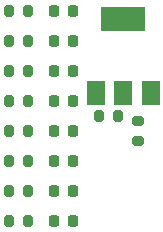
<source format=gbr>
%TF.GenerationSoftware,KiCad,Pcbnew,(6.0.0)*%
%TF.CreationDate,2022-01-24T17:52:03-05:00*%
%TF.ProjectId,LED direction board,4c454420-6469-4726-9563-74696f6e2062,rev?*%
%TF.SameCoordinates,Original*%
%TF.FileFunction,Paste,Top*%
%TF.FilePolarity,Positive*%
%FSLAX46Y46*%
G04 Gerber Fmt 4.6, Leading zero omitted, Abs format (unit mm)*
G04 Created by KiCad (PCBNEW (6.0.0)) date 2022-01-24 17:52:03*
%MOMM*%
%LPD*%
G01*
G04 APERTURE LIST*
G04 Aperture macros list*
%AMRoundRect*
0 Rectangle with rounded corners*
0 $1 Rounding radius*
0 $2 $3 $4 $5 $6 $7 $8 $9 X,Y pos of 4 corners*
0 Add a 4 corners polygon primitive as box body*
4,1,4,$2,$3,$4,$5,$6,$7,$8,$9,$2,$3,0*
0 Add four circle primitives for the rounded corners*
1,1,$1+$1,$2,$3*
1,1,$1+$1,$4,$5*
1,1,$1+$1,$6,$7*
1,1,$1+$1,$8,$9*
0 Add four rect primitives between the rounded corners*
20,1,$1+$1,$2,$3,$4,$5,0*
20,1,$1+$1,$4,$5,$6,$7,0*
20,1,$1+$1,$6,$7,$8,$9,0*
20,1,$1+$1,$8,$9,$2,$3,0*%
G04 Aperture macros list end*
%ADD10RoundRect,0.200000X0.200000X0.275000X-0.200000X0.275000X-0.200000X-0.275000X0.200000X-0.275000X0*%
%ADD11RoundRect,0.200000X-0.275000X0.200000X-0.275000X-0.200000X0.275000X-0.200000X0.275000X0.200000X0*%
%ADD12RoundRect,0.218750X0.218750X0.256250X-0.218750X0.256250X-0.218750X-0.256250X0.218750X-0.256250X0*%
%ADD13RoundRect,0.200000X-0.200000X-0.275000X0.200000X-0.275000X0.200000X0.275000X-0.200000X0.275000X0*%
%ADD14R,1.500000X2.000000*%
%ADD15R,3.800000X2.000000*%
G04 APERTURE END LIST*
D10*
%TO.C,R9*%
X129095000Y-87630000D03*
X127445000Y-87630000D03*
%TD*%
D11*
%TO.C,R10*%
X130810000Y-88075000D03*
X130810000Y-89725000D03*
%TD*%
D12*
%TO.C,D3*%
X125247500Y-83820000D03*
X123672500Y-83820000D03*
%TD*%
D13*
%TO.C,R3*%
X119825000Y-83820000D03*
X121475000Y-83820000D03*
%TD*%
D14*
%TO.C,U1*%
X127240000Y-85700000D03*
D15*
X129540000Y-79400000D03*
D14*
X129540000Y-85700000D03*
X131840000Y-85700000D03*
%TD*%
D12*
%TO.C,D2*%
X125247500Y-81280000D03*
X123672500Y-81280000D03*
%TD*%
%TO.C,D6*%
X125247500Y-91440000D03*
X123672500Y-91440000D03*
%TD*%
D13*
%TO.C,R8*%
X119825000Y-96520000D03*
X121475000Y-96520000D03*
%TD*%
%TO.C,R2*%
X119825000Y-81280000D03*
X121475000Y-81280000D03*
%TD*%
D12*
%TO.C,D1*%
X125247500Y-78740000D03*
X123672500Y-78740000D03*
%TD*%
%TO.C,D5*%
X125247500Y-88900000D03*
X123672500Y-88900000D03*
%TD*%
D13*
%TO.C,R5*%
X119825000Y-88900000D03*
X121475000Y-88900000D03*
%TD*%
%TO.C,R7*%
X119825000Y-93980000D03*
X121475000Y-93980000D03*
%TD*%
D12*
%TO.C,D7*%
X125247500Y-93980000D03*
X123672500Y-93980000D03*
%TD*%
%TO.C,D8*%
X125247500Y-96520000D03*
X123672500Y-96520000D03*
%TD*%
%TO.C,D4*%
X125247500Y-86360000D03*
X123672500Y-86360000D03*
%TD*%
D13*
%TO.C,R1*%
X119825000Y-78740000D03*
X121475000Y-78740000D03*
%TD*%
%TO.C,R4*%
X119825000Y-86360000D03*
X121475000Y-86360000D03*
%TD*%
%TO.C,R6*%
X119825000Y-91440000D03*
X121475000Y-91440000D03*
%TD*%
M02*

</source>
